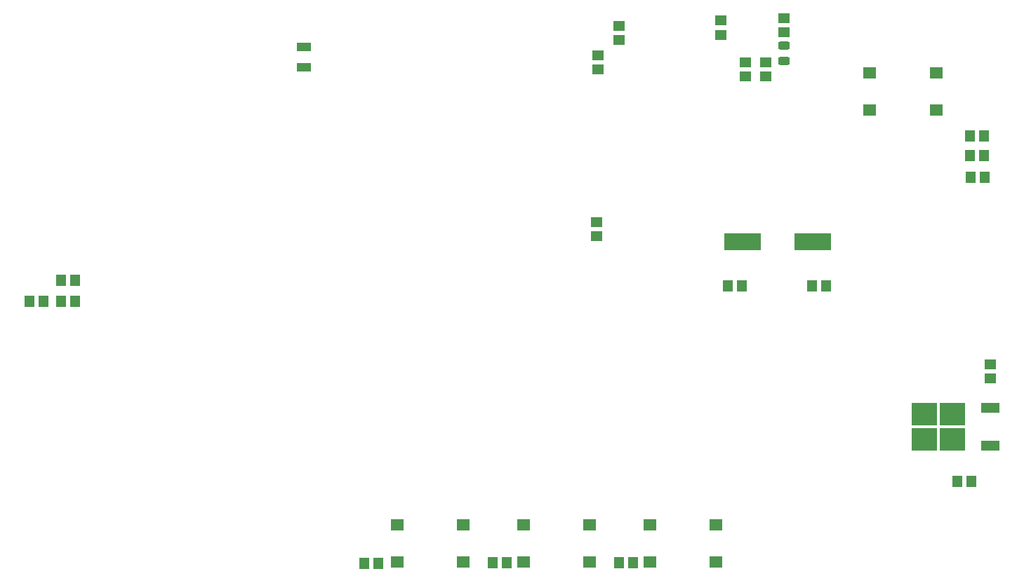
<source format=gbr>
%TF.GenerationSoftware,KiCad,Pcbnew,(6.0.5-0)*%
%TF.CreationDate,2022-07-24T16:22:49-05:00*%
%TF.ProjectId,hps_clock,6870735f-636c-46f6-936b-2e6b69636164,rev?*%
%TF.SameCoordinates,PX4c5bb48PY8abc9a0*%
%TF.FileFunction,Paste,Top*%
%TF.FilePolarity,Positive*%
%FSLAX46Y46*%
G04 Gerber Fmt 4.6, Leading zero omitted, Abs format (unit mm)*
G04 Created by KiCad (PCBNEW (6.0.5-0)) date 2022-07-24 16:22:49*
%MOMM*%
%LPD*%
G01*
G04 APERTURE LIST*
G04 Aperture macros list*
%AMRoundRect*
0 Rectangle with rounded corners*
0 $1 Rounding radius*
0 $2 $3 $4 $5 $6 $7 $8 $9 X,Y pos of 4 corners*
0 Add a 4 corners polygon primitive as box body*
4,1,4,$2,$3,$4,$5,$6,$7,$8,$9,$2,$3,0*
0 Add four circle primitives for the rounded corners*
1,1,$1+$1,$2,$3*
1,1,$1+$1,$4,$5*
1,1,$1+$1,$6,$7*
1,1,$1+$1,$8,$9*
0 Add four rect primitives between the rounded corners*
20,1,$1+$1,$2,$3,$4,$5,0*
20,1,$1+$1,$4,$5,$6,$7,0*
20,1,$1+$1,$6,$7,$8,$9,0*
20,1,$1+$1,$8,$9,$2,$3,0*%
G04 Aperture macros list end*
%ADD10R,1.400000X1.150000*%
%ADD11R,1.150000X1.400000*%
%ADD12R,4.500000X2.000000*%
%ADD13R,1.800000X1.000000*%
%ADD14R,1.600000X1.400000*%
%ADD15RoundRect,0.243750X0.456250X-0.243750X0.456250X0.243750X-0.456250X0.243750X-0.456250X-0.243750X0*%
%ADD16R,3.050000X2.750000*%
%ADD17R,2.200000X1.200000*%
G04 APERTURE END LIST*
D10*
%TO.C,C5*%
X100221800Y76604800D03*
X100221800Y78304800D03*
%TD*%
D11*
%TO.C,R6*%
X51772200Y17739400D03*
X53472200Y17739400D03*
%TD*%
D10*
%TO.C,R9*%
X82518000Y82687200D03*
X82518000Y80987200D03*
%TD*%
D11*
%TO.C,C8*%
X16896200Y49362400D03*
X15196200Y49362400D03*
%TD*%
%TO.C,C2*%
X125066600Y27645400D03*
X123366600Y27645400D03*
%TD*%
%TO.C,R7*%
X67291600Y17790200D03*
X68991600Y17790200D03*
%TD*%
D12*
%TO.C,Y2*%
X97445000Y56601400D03*
X105945000Y56601400D03*
%TD*%
D13*
%TO.C,Y1*%
X44545000Y80152600D03*
X44545000Y77652600D03*
%TD*%
D10*
%TO.C,R10*%
X80003400Y79143000D03*
X80003400Y77443000D03*
%TD*%
D11*
%TO.C,R4*%
X124848000Y66990000D03*
X126548000Y66990000D03*
%TD*%
%TO.C,R8*%
X82506200Y17815600D03*
X84206200Y17815600D03*
%TD*%
%TO.C,R5*%
X124873400Y69403000D03*
X126573400Y69403000D03*
%TD*%
D14*
%TO.C,SW3*%
X78999600Y22427800D03*
X70999600Y22427800D03*
X78999600Y17927800D03*
X70999600Y17927800D03*
%TD*%
%TO.C,SW2*%
X63759600Y22427800D03*
X55759600Y22427800D03*
X63759600Y17927800D03*
X55759600Y17927800D03*
%TD*%
D11*
%TO.C,R12*%
X15196200Y51902400D03*
X16896200Y51902400D03*
%TD*%
%TO.C,C6*%
X95688800Y51242000D03*
X97388800Y51242000D03*
%TD*%
D10*
%TO.C,C4*%
X97808800Y76604800D03*
X97808800Y78304800D03*
%TD*%
%TO.C,R3*%
X94837000Y81608600D03*
X94837000Y83308600D03*
%TD*%
D11*
%TO.C,C9*%
X13086200Y49362400D03*
X11386200Y49362400D03*
%TD*%
D15*
%TO.C,D1*%
X102482400Y78396900D03*
X102482400Y80271900D03*
%TD*%
D14*
%TO.C,SW4*%
X94239600Y22427800D03*
X86239600Y22427800D03*
X94239600Y17927800D03*
X86239600Y17927800D03*
%TD*%
D11*
%TO.C,C1*%
X124924200Y64424600D03*
X126624200Y64424600D03*
%TD*%
D16*
%TO.C,U1*%
X122724800Y32724400D03*
X122724800Y35774400D03*
X119374800Y32724400D03*
X119374800Y35774400D03*
D17*
X127349800Y31969400D03*
X127349800Y36529400D03*
%TD*%
D10*
%TO.C,R1*%
X102482400Y81888000D03*
X102482400Y83588000D03*
%TD*%
%TO.C,R11*%
X79876400Y57300800D03*
X79876400Y59000800D03*
%TD*%
%TO.C,C3*%
X127366200Y40093200D03*
X127366200Y41793200D03*
%TD*%
D11*
%TO.C,C7*%
X105848800Y51242000D03*
X107548800Y51242000D03*
%TD*%
D14*
%TO.C,SW1*%
X120808000Y77012400D03*
X112808000Y77012400D03*
X120808000Y72512400D03*
X112808000Y72512400D03*
%TD*%
M02*

</source>
